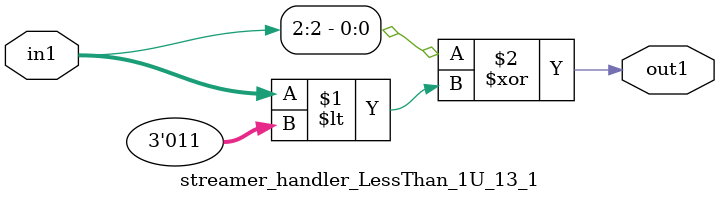
<source format=v>

`timescale 1ps / 1ps


module streamer_handler_LessThan_1U_13_1( in1, out1 );

    input [2:0] in1;
    output out1;

    
    // rtl_process:streamer_handler_LessThan_1U_13_1/streamer_handler_LessThan_1U_13_1_thread_1
    assign out1 = (in1[2] ^ in1 < 3'd3);

endmodule


</source>
